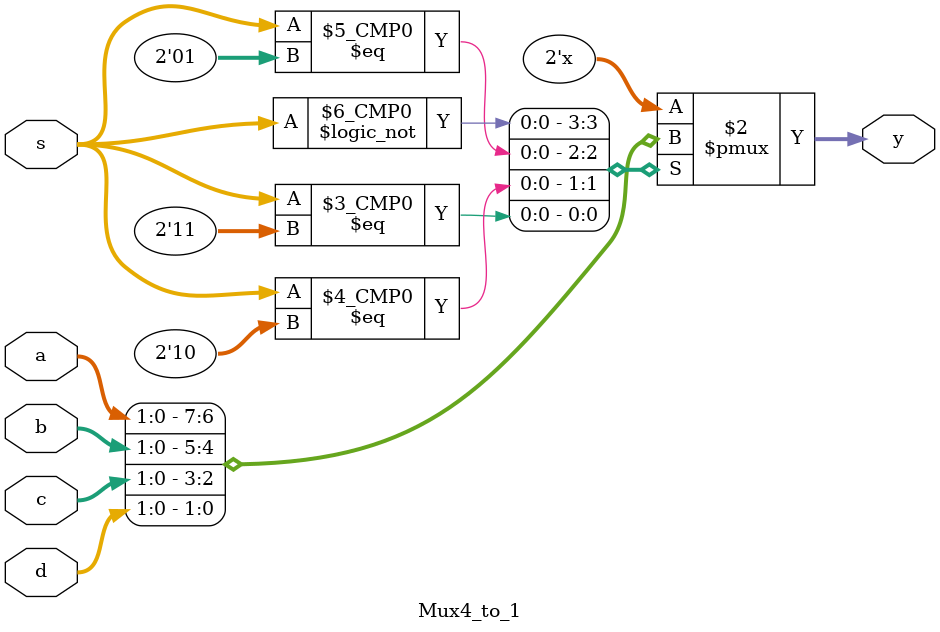
<source format=v>
`timescale 1ns / 1ps


module Mux4_to_1(y,a,b,c,d,s);
    input [1:0] a, b, c, d, s;
    output reg [1:0]y;
    
    always @(s,a,b,c,d)
    begin
        case(s)
            2'b00 : y = a;
            2'b01 : y = b;
            2'b10 : y = c;
            2'b11 : y = d;
            default : y = 2'bxx;
        endcase
    end
 endmodule

</source>
